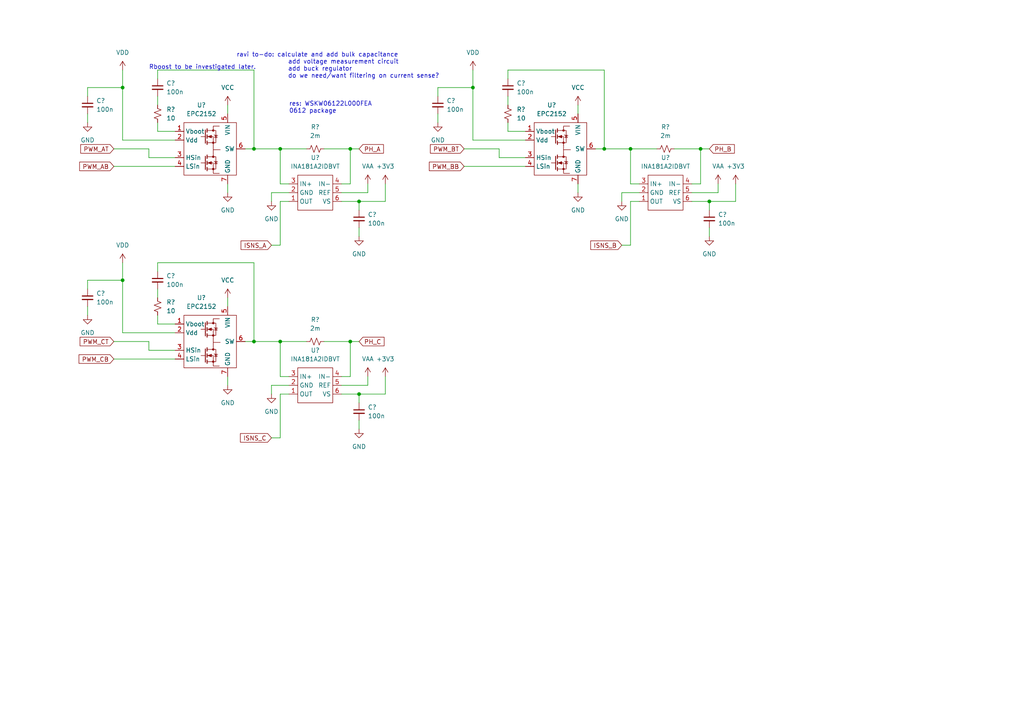
<source format=kicad_sch>
(kicad_sch (version 20211123) (generator eeschema)
  (paper "A4")
  (lib_symbols
    (symbol "Device:C_Small" (pin_numbers hide) (pin_names (offset 0.254) hide)
      (property "Reference" "C" (at 0.254 1.778 0))
      (property "Value" "C_Small" (at 0.254 -2.032 0))
      (symbol "C_Small_0_1"
        (polyline (pts (xy -1.524 -0.508) (xy 1.524 -0.508)) (stroke (width 0.3302)))
        (polyline (pts (xy -1.524 0.508) (xy 1.524 0.508)) (stroke (width 0.3048)))
      )
      (symbol "C_Small_1_1"
        (pin passive line (at 0 2.54 270) (length 2.032) (name "~") (number "1"))
        (pin passive line (at 0 -2.54 90) (length 2.032) (name "~") (number "2"))
      )
    )
    (symbol "Device:R_Small_US" (pin_numbers hide) (pin_names (offset 0.254) hide)
      (property "Reference" "R" (at 0.762 0.508 0))
      (property "Value" "R_Small_US" (at 0.762 -1.016 0))
      (symbol "R_Small_US_1_1"
        (polyline (pts (xy 0 0) (xy 1.016 -0.381) (xy 0 -0.762) (xy -1.016 -1.143) (xy 0 -1.524)))
        (polyline (pts (xy 0 1.524) (xy 1.016 1.143) (xy 0 0.762) (xy -1.016 0.381) (xy 0 0)))
        (pin passive line (at 0 2.54 270) (length 1.016) (name "~") (number "1"))
        (pin passive line (at 0 -2.54 90) (length 1.016) (name "~") (number "2"))
      )
    )
    (symbol "EPC2152:EPC2152"
      (property "Reference" "U" (at 0 10.16 0))
      (property "Value" "EPC2152" (at 0 12.7 0))
      (symbol "EPC2152_0_1"
        (rectangle (start -7.62 7.62) (end 7.62 -7.62))
        (polyline (pts (xy -1.397 -4.064) (xy -2.667 -4.064)))
        (polyline (pts (xy -1.397 -2.159) (xy -1.397 -5.969)) (stroke (width 0.254)))
        (polyline (pts (xy -1.397 3.556) (xy -2.667 3.556)))
        (polyline (pts (xy -1.397 5.461) (xy -1.397 1.651)) (stroke (width 0.254)))
        (polyline (pts (xy -0.889 -5.334) (xy -0.889 -6.35)) (stroke (width 0.254)))
        (polyline (pts (xy -0.889 -3.556) (xy -0.889 -4.572)) (stroke (width 0.254)))
        (polyline (pts (xy -0.889 -1.778) (xy -0.889 -2.794)) (stroke (width 0.254)))
        (polyline (pts (xy -0.889 2.286) (xy -0.889 1.27)) (stroke (width 0.254)))
        (polyline (pts (xy -0.889 4.064) (xy -0.889 3.048)) (stroke (width 0.254)))
        (polyline (pts (xy -0.889 5.842) (xy -0.889 4.826)) (stroke (width 0.254)))
        (polyline (pts (xy 0.889 -1.524) (xy 0.889 -2.286)))
        (polyline (pts (xy 0.889 1.016) (xy 0.889 -1.524)))
        (polyline (pts (xy 0.889 6.096) (xy 0.889 5.334)))
        (polyline (pts (xy 2.921 -0.254) (xy 0.889 -0.254)))
        (polyline (pts (xy 0.889 -6.604) (xy 0.889 -7.112) (xy 2.667 -7.112)))
        (polyline (pts (xy 0.889 -6.604) (xy 0.889 -4.064) (xy -0.889 -4.064)))
        (polyline (pts (xy 0.889 1.016) (xy 0.889 3.556) (xy -0.889 3.556)))
        (polyline (pts (xy 0.889 6.096) (xy 0.889 6.604) (xy 2.667 6.604)))
        (polyline (pts (xy -0.889 -5.842) (xy 1.651 -5.842) (xy 1.651 -2.286) (xy -0.889 -2.286)))
        (polyline (pts (xy -0.889 1.778) (xy 1.651 1.778) (xy 1.651 5.334) (xy -0.889 5.334)))
        (polyline (pts (xy -0.635 -4.064) (xy 0.381 -3.683) (xy 0.381 -4.445) (xy -0.635 -4.064)) (fill (type outline)))
        (polyline (pts (xy -0.635 3.556) (xy 0.381 3.937) (xy 0.381 3.175) (xy -0.635 3.556)) (fill (type outline)))
        (polyline (pts (xy 1.143 -3.556) (xy 1.27 -3.683) (xy 2.032 -3.683) (xy 2.159 -3.81)))
        (polyline (pts (xy 1.143 4.064) (xy 1.27 3.937) (xy 2.032 3.937) (xy 2.159 3.81)))
        (polyline (pts (xy 1.651 -3.683) (xy 1.27 -4.318) (xy 2.032 -4.318) (xy 1.651 -3.683)))
        (polyline (pts (xy 1.651 3.937) (xy 1.27 3.302) (xy 2.032 3.302) (xy 1.651 3.937)))
        (circle (center 0.889 -5.842) (radius 0.254) (fill (type outline)))
        (circle (center 0.889 -2.286) (radius 0.254) (fill (type outline)))
        (circle (center 0.889 1.778) (radius 0.254) (fill (type outline)))
        (circle (center 0.889 5.334) (radius 0.254) (fill (type outline)))
      )
      (symbol "EPC2152_1_1"
        (pin input line (at -10.16 5.08 0) (length 2.54) (name "Vboot") (number "1"))
        (pin input line (at -10.16 2.54 0) (length 2.54) (name "Vdd") (number "2"))
        (pin input line (at -10.16 -2.54 0) (length 2.54) (name "HSin") (number "3"))
        (pin input line (at -10.16 -5.08 0) (length 2.54) (name "LSin") (number "4"))
        (pin passive line (at 5.08 10.16 270) (length 2.54) (name "VIN") (number "5"))
        (pin passive line (at 10.16 0 180) (length 2.54) (name "SW") (number "6"))
        (pin passive line (at 5.08 -10.16 90) (length 2.54) (name "GND") (number "7"))
      )
    )
    (symbol "INA181A2IDBVT:INA181A2IDBVT"
      (property "Reference" "U" (at 0 0 0))
      (property "Value" "INA181A2IDBVT" (at 0 2.54 0))
      (symbol "INA181A2IDBVT_0_1"
        (rectangle (start -5.08 -2.54) (end 5.08 -12.7))
      )
      (symbol "INA181A2IDBVT_1_1"
        (pin input line (at -7.62 -5.08 0) (length 2.54) (name "OUT") (number "1"))
        (pin input line (at -7.62 -7.62 0) (length 2.54) (name "GND") (number "2"))
        (pin input line (at -7.62 -10.16 0) (length 2.54) (name "IN+") (number "3"))
        (pin input line (at 7.62 -10.16 180) (length 2.54) (name "IN-") (number "4"))
        (pin input line (at 7.62 -7.62 180) (length 2.54) (name "REF") (number "5"))
        (pin input line (at 7.62 -5.08 180) (length 2.54) (name "VS") (number "6"))
      )
    )
    (symbol "power:+3.3V" (power) (pin_names (offset 0))
      (property "Value" "+3.3V" (at 0 3.556 0))
      (symbol "+3.3V_0_1"
        (polyline (pts (xy -0.762 1.27) (xy 0 2.54)))
        (polyline (pts (xy 0 0) (xy 0 2.54)))
        (polyline (pts (xy 0 2.54) (xy 0.762 1.27)))
      )
      (symbol "+3.3V_1_1"
        (pin power_in line (at 0 0 90) (length 0) hide (name "+3V3") (number "1"))
      )
    )
    (symbol "power:GND" (power) (pin_names (offset 0))
      (property "Value" "GND" (at 0 -3.81 0))
      (symbol "GND_0_1"
        (polyline (pts (xy 0 0) (xy 0 -1.27) (xy 1.27 -1.27) (xy 0 -2.54) (xy -1.27 -1.27) (xy 0 -1.27)))
      )
      (symbol "GND_1_1"
        (pin power_in line (at 0 0 270) (length 0) hide (name "GND") (number "1"))
      )
    )
    (symbol "power:VAA" (power) (pin_names (offset 0))
      (property "Value" "VAA" (at 0 3.81 0))
      (symbol "VAA_0_1"
        (polyline (pts (xy -0.762 1.27) (xy 0 2.54)))
        (polyline (pts (xy 0 0) (xy 0 2.54)))
        (polyline (pts (xy 0 2.54) (xy 0.762 1.27)))
      )
      (symbol "VAA_1_1"
        (pin power_in line (at 0 0 90) (length 0) hide (name "VAA") (number "1"))
      )
    )
    (symbol "power:VCC" (power) (pin_names (offset 0))
      (property "Value" "VCC" (at 0 3.81 0))
      (symbol "VCC_0_1"
        (polyline (pts (xy -0.762 1.27) (xy 0 2.54)))
        (polyline (pts (xy 0 0) (xy 0 2.54)))
        (polyline (pts (xy 0 2.54) (xy 0.762 1.27)))
      )
      (symbol "VCC_1_1"
        (pin power_in line (at 0 0 90) (length 0) hide (name "VCC") (number "1"))
      )
    )
    (symbol "power:VDD" (power) (pin_names (offset 0))
      (property "Value" "VDD" (at 0 3.81 0))
      (symbol "VDD_0_1"
        (polyline (pts (xy -0.762 1.27) (xy 0 2.54)))
        (polyline (pts (xy 0 0) (xy 0 2.54)))
        (polyline (pts (xy 0 2.54) (xy 0.762 1.27)))
      )
      (symbol "VDD_1_1"
        (pin power_in line (at 0 0 90) (length 0) hide (name "VDD") (number "1"))
      )
    )
  )
  (junction (at 101.6 99.06))
  (junction (at 137.16 25.4))
  (junction (at 104.14 114.3))
  (junction (at 35.56 25.4))
  (junction (at 203.2 43.18))
  (junction (at 175.26 43.18))
  (junction (at 205.74 58.42))
  (junction (at 35.56 81.28))
  (junction (at 101.6 43.18))
  (junction (at 73.66 99.06))
  (junction (at 81.28 43.18))
  (junction (at 182.88 43.18))
  (junction (at 81.28 99.06))
  (junction (at 104.14 58.42))
  (junction (at 73.66 43.18))
  (wire (pts (xy 182.88 58.42) (xy 185.42 58.42)))
  (wire (pts (xy 33.02 43.18) (xy 43.18 43.18)))
  (wire (pts (xy 43.18 101.6) (xy 50.8 101.6)))
  (wire (pts (xy 101.6 53.34) (xy 99.06 53.34)))
  (wire (pts (xy 81.28 53.34) (xy 81.28 43.18)))
  (wire (pts (xy 81.28 127) (xy 81.28 114.3)))
  (wire (pts (xy 78.74 111.76) (xy 78.74 114.3)))
  (wire (pts (xy 43.18 45.72) (xy 50.8 45.72)))
  (wire (pts (xy 147.32 27.94) (xy 147.32 30.48)))
  (wire (pts (xy 101.6 43.18) (xy 101.6 53.34)))
  (wire (pts (xy 78.74 127) (xy 81.28 127)))
  (wire (pts (xy 127 33.02) (xy 127 35.56)))
  (wire (pts (xy 182.88 43.18) (xy 190.5 43.18)))
  (wire (pts (xy 106.68 109.22) (xy 106.68 111.76)))
  (wire (pts (xy 167.64 53.34) (xy 167.64 55.88)))
  (wire (pts (xy 106.68 53.34) (xy 106.68 55.88)))
  (wire (pts (xy 134.62 43.18) (xy 144.78 43.18)))
  (wire (pts (xy 45.72 22.86) (xy 45.72 20.32)))
  (wire (pts (xy 205.74 60.96) (xy 205.74 58.42)))
  (wire (pts (xy 25.4 25.4) (xy 35.56 25.4)))
  (wire (pts (xy 205.74 66.04) (xy 205.74 68.58)))
  (wire (pts (xy 147.32 20.32) (xy 175.26 20.32)))
  (wire (pts (xy 73.66 99.06) (xy 81.28 99.06)))
  (wire (pts (xy 25.4 33.02) (xy 25.4 35.56)))
  (wire (pts (xy 99.06 114.3) (xy 104.14 114.3)))
  (wire (pts (xy 83.82 111.76) (xy 78.74 111.76)))
  (wire (pts (xy 66.04 86.36) (xy 66.04 88.9)))
  (wire (pts (xy 33.02 104.14) (xy 50.8 104.14)))
  (wire (pts (xy 111.76 58.42) (xy 111.76 53.34)))
  (wire (pts (xy 35.56 81.28) (xy 35.56 96.52)))
  (wire (pts (xy 73.66 20.32) (xy 73.66 43.18)))
  (wire (pts (xy 127 25.4) (xy 137.16 25.4)))
  (wire (pts (xy 35.56 25.4) (xy 35.56 40.64)))
  (wire (pts (xy 147.32 38.1) (xy 147.32 35.56)))
  (wire (pts (xy 43.18 43.18) (xy 43.18 45.72)))
  (wire (pts (xy 104.14 60.96) (xy 104.14 58.42)))
  (wire (pts (xy 25.4 27.94) (xy 25.4 25.4)))
  (wire (pts (xy 78.74 71.12) (xy 81.28 71.12)))
  (wire (pts (xy 33.02 48.26) (xy 50.8 48.26)))
  (wire (pts (xy 81.28 58.42) (xy 83.82 58.42)))
  (wire (pts (xy 104.14 66.04) (xy 104.14 68.58)))
  (wire (pts (xy 45.72 20.32) (xy 73.66 20.32)))
  (wire (pts (xy 205.74 58.42) (xy 213.36 58.42)))
  (wire (pts (xy 66.04 109.22) (xy 66.04 111.76)))
  (wire (pts (xy 50.8 38.1) (xy 45.72 38.1)))
  (wire (pts (xy 203.2 53.34) (xy 200.66 53.34)))
  (wire (pts (xy 35.56 76.2) (xy 35.56 81.28)))
  (wire (pts (xy 213.36 58.42) (xy 213.36 53.34)))
  (wire (pts (xy 203.2 43.18) (xy 205.74 43.18)))
  (wire (pts (xy 83.82 53.34) (xy 81.28 53.34)))
  (wire (pts (xy 104.14 58.42) (xy 111.76 58.42)))
  (wire (pts (xy 182.88 53.34) (xy 182.88 43.18)))
  (wire (pts (xy 175.26 20.32) (xy 175.26 43.18)))
  (wire (pts (xy 127 27.94) (xy 127 25.4)))
  (wire (pts (xy 83.82 109.22) (xy 81.28 109.22)))
  (wire (pts (xy 81.28 99.06) (xy 88.9 99.06)))
  (wire (pts (xy 147.32 22.86) (xy 147.32 20.32)))
  (wire (pts (xy 93.98 99.06) (xy 101.6 99.06)))
  (wire (pts (xy 99.06 55.88) (xy 106.68 55.88)))
  (wire (pts (xy 144.78 43.18) (xy 144.78 45.72)))
  (wire (pts (xy 35.56 40.64) (xy 50.8 40.64)))
  (wire (pts (xy 134.62 48.26) (xy 152.4 48.26)))
  (wire (pts (xy 45.72 27.94) (xy 45.72 30.48)))
  (wire (pts (xy 35.56 20.32) (xy 35.56 25.4)))
  (wire (pts (xy 175.26 43.18) (xy 172.72 43.18)))
  (wire (pts (xy 167.64 30.48) (xy 167.64 33.02)))
  (wire (pts (xy 200.66 55.88) (xy 208.28 55.88)))
  (wire (pts (xy 137.16 20.32) (xy 137.16 25.4)))
  (wire (pts (xy 81.28 71.12) (xy 81.28 58.42)))
  (wire (pts (xy 66.04 53.34) (xy 66.04 55.88)))
  (wire (pts (xy 73.66 43.18) (xy 71.12 43.18)))
  (wire (pts (xy 83.82 55.88) (xy 78.74 55.88)))
  (wire (pts (xy 111.76 114.3) (xy 111.76 109.22)))
  (wire (pts (xy 182.88 71.12) (xy 182.88 58.42)))
  (wire (pts (xy 180.34 55.88) (xy 180.34 58.42)))
  (wire (pts (xy 81.28 114.3) (xy 83.82 114.3)))
  (wire (pts (xy 25.4 88.9) (xy 25.4 91.44)))
  (wire (pts (xy 93.98 43.18) (xy 101.6 43.18)))
  (wire (pts (xy 45.72 83.82) (xy 45.72 86.36)))
  (wire (pts (xy 101.6 99.06) (xy 101.6 109.22)))
  (wire (pts (xy 203.2 43.18) (xy 203.2 53.34)))
  (wire (pts (xy 73.66 43.18) (xy 81.28 43.18)))
  (wire (pts (xy 81.28 109.22) (xy 81.28 99.06)))
  (wire (pts (xy 200.66 58.42) (xy 205.74 58.42)))
  (wire (pts (xy 99.06 111.76) (xy 106.68 111.76)))
  (wire (pts (xy 185.42 55.88) (xy 180.34 55.88)))
  (wire (pts (xy 104.14 114.3) (xy 111.76 114.3)))
  (wire (pts (xy 175.26 43.18) (xy 182.88 43.18)))
  (wire (pts (xy 152.4 38.1) (xy 147.32 38.1)))
  (wire (pts (xy 33.02 99.06) (xy 43.18 99.06)))
  (wire (pts (xy 66.04 30.48) (xy 66.04 33.02)))
  (wire (pts (xy 25.4 83.82) (xy 25.4 81.28)))
  (wire (pts (xy 45.72 38.1) (xy 45.72 35.56)))
  (wire (pts (xy 45.72 78.74) (xy 45.72 76.2)))
  (wire (pts (xy 81.28 43.18) (xy 88.9 43.18)))
  (wire (pts (xy 137.16 25.4) (xy 137.16 40.64)))
  (wire (pts (xy 180.34 71.12) (xy 182.88 71.12)))
  (wire (pts (xy 101.6 109.22) (xy 99.06 109.22)))
  (wire (pts (xy 208.28 53.34) (xy 208.28 55.88)))
  (wire (pts (xy 50.8 93.98) (xy 45.72 93.98)))
  (wire (pts (xy 25.4 81.28) (xy 35.56 81.28)))
  (wire (pts (xy 137.16 40.64) (xy 152.4 40.64)))
  (wire (pts (xy 99.06 58.42) (xy 104.14 58.42)))
  (wire (pts (xy 45.72 76.2) (xy 73.66 76.2)))
  (wire (pts (xy 104.14 116.84) (xy 104.14 114.3)))
  (wire (pts (xy 45.72 93.98) (xy 45.72 91.44)))
  (wire (pts (xy 73.66 76.2) (xy 73.66 99.06)))
  (wire (pts (xy 43.18 99.06) (xy 43.18 101.6)))
  (wire (pts (xy 104.14 121.92) (xy 104.14 124.46)))
  (wire (pts (xy 35.56 96.52) (xy 50.8 96.52)))
  (wire (pts (xy 144.78 45.72) (xy 152.4 45.72)))
  (wire (pts (xy 73.66 99.06) (xy 71.12 99.06)))
  (wire (pts (xy 185.42 53.34) (xy 182.88 53.34)))
  (wire (pts (xy 101.6 43.18) (xy 104.14 43.18)))
  (wire (pts (xy 101.6 99.06) (xy 104.14 99.06)))
  (wire (pts (xy 78.74 55.88) (xy 78.74 58.42)))
  (wire (pts (xy 195.58 43.18) (xy 203.2 43.18)))
  (text "res: WSKW06122L000FEA\n0612 package\n" (at 83.82 33.02 0) (effects (font (size 1.27 1.27)) (justify left bottom)))
  (text "ravi to-do: calculate and add bulk capacitance\n			add voltage measurement circuit\n			add buck regulator\n			do we need/want filtering on current sense?" (at 68.58 22.86 0) (effects (font (size 1.27 1.27)) (justify left bottom)))
  (text "Rboost to be investigated later.\n" (at 43.18 20.32 0) (effects (font (size 1.27 1.27)) (justify left bottom)))
  (global_label "PWM_AB" (shape input) (at 33.02 48.26 180) (property "Intersheet References" "${INTERSHEET_REFS}" (effects hide)))
  (global_label "PWM_AT" (shape input) (at 33.02 43.18 180) (property "Intersheet References" "${INTERSHEET_REFS}" (effects hide)))
  (global_label "ISNS_B" (shape input) (at 180.34 71.12 180) (property "Intersheet References" "${INTERSHEET_REFS}" (effects hide)))
  (global_label "PH_C" (shape input) (at 104.14 99.06 0) (property "Intersheet References" "${INTERSHEET_REFS}" (effects hide)))
  (global_label "PWM_BT" (shape input) (at 134.62 43.18 180) (property "Intersheet References" "${INTERSHEET_REFS}" (effects hide)))
  (global_label "PWM_CB" (shape input) (at 33.02 104.14 180) (property "Intersheet References" "${INTERSHEET_REFS}" (effects hide)))
  (global_label "PWM_BB" (shape input) (at 134.62 48.26 180) (property "Intersheet References" "${INTERSHEET_REFS}" (effects hide)))
  (global_label "ISNS_C" (shape input) (at 78.74 127 180) (property "Intersheet References" "${INTERSHEET_REFS}" (effects hide)))
  (global_label "ISNS_A" (shape input) (at 78.74 71.12 180) (property "Intersheet References" "${INTERSHEET_REFS}" (effects hide)))
  (global_label "PH_B" (shape input) (at 205.74 43.18 0) (property "Intersheet References" "${INTERSHEET_REFS}" (effects hide)))
  (global_label "PWM_CT" (shape input) (at 33.02 99.06 180) (property "Intersheet References" "${INTERSHEET_REFS}" (effects hide)))
  (global_label "PH_A" (shape input) (at 104.14 43.18 0) (property "Intersheet References" "${INTERSHEET_REFS}" (effects hide)))
  (symbol (lib_id "Device:C_Small") (at 127 30.48 0) (unit 1)
    (property "Reference" "C?" (at 129.54 29.2162 0) (effects (justify left)))
    (property "Value" "100n" (at 129.54 31.7562 0) (effects (justify left)))
  )
  (symbol (lib_id "power:GND") (at 78.74 58.42 0) (unit 1)
    (property "Reference" "#PWR?" (effects hide))
    (property "Value" "GND" (at 78.74 63.5 0))
  )
  (symbol (lib_id "power:VDD") (at 137.16 20.32 0) (unit 1)
    (property "Reference" "#PWR?" (effects hide))
    (property "Value" "VDD" (at 137.16 15.24 0))
  )
  (symbol (lib_id "Device:R_Small_US") (at 91.44 99.06 90) (unit 1)
    (property "Reference" "R?" (at 91.44 92.71 90))
    (property "Value" "2m" (at 91.44 95.25 90))
  )
  (symbol (lib_id "power:GND") (at 78.74 114.3 0) (unit 1)
    (property "Reference" "#PWR?" (effects hide))
    (property "Value" "GND" (at 78.74 119.38 0))
  )
  (symbol (lib_id "INA181A2IDBVT:INA181A2IDBVT") (at 193.04 63.5 0) (mirror x) (unit 1)
    (property "Reference" "U?" (at 193.04 45.72 0))
    (property "Value" "INA181A2IDBVT" (at 193.04 48.26 0))
  )
  (symbol (lib_id "power:VDD") (at 35.56 76.2 0) (unit 1)
    (property "Reference" "#PWR?" (effects hide))
    (property "Value" "VDD" (at 35.56 71.12 0))
  )
  (symbol (lib_id "INA181A2IDBVT:INA181A2IDBVT") (at 91.44 119.38 0) (mirror x) (unit 1)
    (property "Reference" "U?" (at 91.44 101.6 0))
    (property "Value" "INA181A2IDBVT" (at 91.44 104.14 0))
  )
  (symbol (lib_id "power:+3.3V") (at 213.36 53.34 0) (unit 1)
    (property "Reference" "#PWR?" (effects hide))
    (property "Value" "+3.3V" (at 213.36 48.26 0))
  )
  (symbol (lib_id "Device:R_Small_US") (at 193.04 43.18 90) (unit 1)
    (property "Reference" "R?" (at 193.04 36.83 90))
    (property "Value" "2m" (at 193.04 39.37 90))
  )
  (symbol (lib_id "power:GND") (at 104.14 124.46 0) (unit 1)
    (property "Reference" "#PWR?" (effects hide))
    (property "Value" "GND" (at 104.14 129.54 0))
  )
  (symbol (lib_id "Device:R_Small_US") (at 147.32 33.02 0) (unit 1)
    (property "Reference" "R?" (at 149.86 31.7499 0) (effects (justify left)))
    (property "Value" "10" (at 149.86 34.2899 0) (effects (justify left)))
  )
  (symbol (lib_id "power:GND") (at 104.14 68.58 0) (unit 1)
    (property "Reference" "#PWR?" (effects hide))
    (property "Value" "GND" (at 104.14 73.66 0))
  )
  (symbol (lib_id "Device:C_Small") (at 45.72 81.28 0) (unit 1)
    (property "Reference" "C?" (at 48.26 80.0162 0) (effects (justify left)))
    (property "Value" "100n" (at 48.26 82.5562 0) (effects (justify left)))
  )
  (symbol (lib_id "power:GND") (at 25.4 91.44 0) (unit 1)
    (property "Reference" "#PWR?" (effects hide))
    (property "Value" "GND" (at 25.4 96.52 0))
  )
  (symbol (lib_id "Device:C_Small") (at 45.72 25.4 0) (unit 1)
    (property "Reference" "C?" (at 48.26 24.1362 0) (effects (justify left)))
    (property "Value" "100n" (at 48.26 26.6762 0) (effects (justify left)))
  )
  (symbol (lib_id "Device:R_Small_US") (at 91.44 43.18 90) (unit 1)
    (property "Reference" "R?" (at 91.44 36.83 90))
    (property "Value" "2m" (at 91.44 39.37 90))
    (property "Datasheet" "~https://www.mouser.com/datasheet/2/427/wskw0612-2897354.pdf" (effects hide))
  )
  (symbol (lib_id "Device:C_Small") (at 25.4 30.48 0) (unit 1)
    (property "Reference" "C?" (at 27.94 29.2162 0) (effects (justify left)))
    (property "Value" "100n" (at 27.94 31.7562 0) (effects (justify left)))
  )
  (symbol (lib_id "power:VAA") (at 106.68 53.2927 0) (unit 1)
    (property "Reference" "#PWR?" (effects hide))
    (property "Value" "VAA" (at 106.68 48.2127 0))
  )
  (symbol (lib_id "power:GND") (at 167.64 55.88 0) (unit 1)
    (property "Reference" "#PWR?" (effects hide))
    (property "Value" "GND" (at 167.64 60.96 0))
  )
  (symbol (lib_id "power:GND") (at 180.34 58.42 0) (unit 1)
    (property "Reference" "#PWR?" (effects hide))
    (property "Value" "GND" (at 180.34 63.5 0))
  )
  (symbol (lib_id "power:GND") (at 66.04 111.76 0) (unit 1)
    (property "Reference" "#PWR?" (effects hide))
    (property "Value" "GND" (at 66.04 116.84 0))
  )
  (symbol (lib_id "EPC2152:EPC2152") (at 60.96 43.18 0) (unit 1)
    (property "Reference" "U?" (at 58.42 30.48 0))
    (property "Value" "EPC2152" (at 58.42 33.02 0))
  )
  (symbol (lib_id "power:+3.3V") (at 111.76 109.22 0) (unit 1)
    (property "Reference" "#PWR?" (effects hide))
    (property "Value" "+3.3V" (at 111.76 104.14 0))
  )
  (symbol (lib_id "power:GND") (at 66.04 55.88 0) (unit 1)
    (property "Reference" "#PWR?" (effects hide))
    (property "Value" "GND" (at 66.04 60.96 0))
  )
  (symbol (lib_id "power:VAA") (at 106.68 109.1727 0) (unit 1)
    (property "Reference" "#PWR?" (effects hide))
    (property "Value" "VAA" (at 106.68 104.0927 0))
  )
  (symbol (lib_id "power:VCC") (at 66.04 86.36 0) (unit 1)
    (property "Reference" "#PWR?" (effects hide))
    (property "Value" "VCC" (at 66.04 81.28 0))
  )
  (symbol (lib_id "Device:C_Small") (at 25.4 86.36 0) (unit 1)
    (property "Reference" "C?" (at 27.94 85.0962 0) (effects (justify left)))
    (property "Value" "100n" (at 27.94 87.6362 0) (effects (justify left)))
  )
  (symbol (lib_id "power:VCC") (at 66.04 30.48 0) (unit 1)
    (property "Reference" "#PWR?" (effects hide))
    (property "Value" "VCC" (at 66.04 25.4 0))
  )
  (symbol (lib_id "power:VAA") (at 208.28 53.2927 0) (unit 1)
    (property "Reference" "#PWR?" (effects hide))
    (property "Value" "VAA" (at 208.28 48.2127 0))
  )
  (symbol (lib_id "Device:C_Small") (at 147.32 25.4 0) (unit 1)
    (property "Reference" "C?" (at 149.86 24.1362 0) (effects (justify left)))
    (property "Value" "100n" (at 149.86 26.6762 0) (effects (justify left)))
  )
  (symbol (lib_id "Device:C_Small") (at 205.74 63.5 0) (unit 1)
    (property "Reference" "C?" (at 208.28 62.2362 0) (effects (justify left)))
    (property "Value" "100n" (at 208.28 64.7762 0) (effects (justify left)))
  )
  (symbol (lib_id "power:GND") (at 127 35.56 0) (unit 1)
    (property "Reference" "#PWR?" (effects hide))
    (property "Value" "GND" (at 127 40.64 0))
  )
  (symbol (lib_id "EPC2152:EPC2152") (at 162.56 43.18 0) (unit 1)
    (property "Reference" "U?" (at 160.02 30.48 0))
    (property "Value" "EPC2152" (at 160.02 33.02 0))
  )
  (symbol (lib_id "Device:R_Small_US") (at 45.72 88.9 0) (unit 1)
    (property "Reference" "R?" (at 48.26 87.6299 0) (effects (justify left)))
    (property "Value" "10" (at 48.26 90.1699 0) (effects (justify left)))
  )
  (symbol (lib_id "power:+3.3V") (at 111.76 53.34 0) (unit 1)
    (property "Reference" "#PWR?" (effects hide))
    (property "Value" "+3.3V" (at 111.76 48.26 0))
  )
  (symbol (lib_id "Device:C_Small") (at 104.14 119.38 0) (unit 1)
    (property "Reference" "C?" (at 106.68 118.1162 0) (effects (justify left)))
    (property "Value" "100n" (at 106.68 120.6562 0) (effects (justify left)))
  )
  (symbol (lib_id "EPC2152:EPC2152") (at 60.96 99.06 0) (unit 1)
    (property "Reference" "U?" (at 58.42 86.36 0))
    (property "Value" "EPC2152" (at 58.42 88.9 0))
  )
  (symbol (lib_id "power:GND") (at 205.74 68.58 0) (unit 1)
    (property "Reference" "#PWR?" (effects hide))
    (property "Value" "GND" (at 205.74 73.66 0))
  )
  (symbol (lib_id "Device:C_Small") (at 104.14 63.5 0) (unit 1)
    (property "Reference" "C?" (at 106.68 62.2362 0) (effects (justify left)))
    (property "Value" "100n" (at 106.68 64.7762 0) (effects (justify left)))
  )
  (symbol (lib_id "power:VCC") (at 167.64 30.48 0) (unit 1)
    (property "Reference" "#PWR?" (effects hide))
    (property "Value" "VCC" (at 167.64 25.4 0))
  )
  (symbol (lib_id "Device:R_Small_US") (at 45.72 33.02 0) (unit 1)
    (property "Reference" "R?" (at 48.26 31.7499 0) (effects (justify left)))
    (property "Value" "10" (at 48.26 34.2899 0) (effects (justify left)))
  )
  (symbol (lib_id "power:VDD") (at 35.56 20.32 0) (unit 1)
    (property "Reference" "#PWR?" (effects hide))
    (property "Value" "VDD" (at 35.56 15.24 0))
  )
  (symbol (lib_id "INA181A2IDBVT:INA181A2IDBVT") (at 91.44 63.5 0) (mirror x) (unit 1)
    (property "Reference" "U?" (at 91.44 45.72 0))
    (property "Value" "INA181A2IDBVT" (at 91.44 48.26 0))
  )
  (symbol (lib_id "power:GND") (at 25.4 35.56 0) (unit 1)
    (property "Reference" "#PWR?" (effects hide))
    (property "Value" "GND" (at 25.4 40.64 0))
  )
)
</source>
